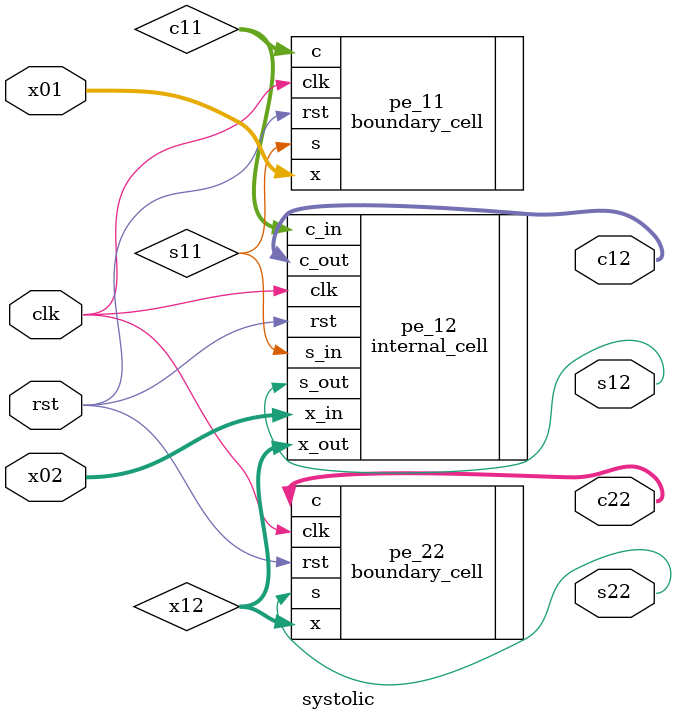
<source format=v>
module systolic
(
	input clk,rst,
	input [31:0] x01, x02,
	output wire [31:0] c12, c22,
	output wire s12, s22
);

wire [31:0] c11;
wire [31:0] x12;
wire s11;

boundary_cell pe_11 (
    .clk(clk), 
    .rst(rst), 
    .x(x01), 
    .c(c11), 
    .s(s11)
    );
    
    
internal_cell pe_12 (
    .clk(clk), 
    .rst(rst), 
    .x_in(x02), 
    .c_in(c11),
    .s_in(s11), 
    .c_out(c12), 
    .s_out(s12),
    .x_out(x12)
    );
 
boundary_cell pe_22 (
    .clk(clk), 
    .rst(rst), 
    .x(x12), 
    .c(c22), 
    .s(s22)
    );
    
endmodule          
	
</source>
